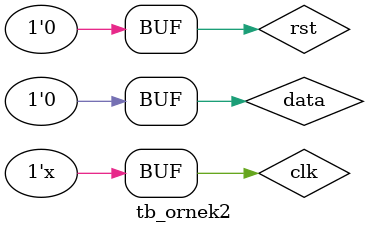
<source format=v>
`timescale 1ns / 1ps


module tb_ornek2();
reg clk=0,rst=0,data;
wire[9:0]d;
wire match;
ornek2 uut(clk,rst,data,match,d);
always begin
    clk=~clk;
    #2;
end
initial begin
data=1;
#10;
data=0;
#10;
data=0;
#10;
data=0;
#10;data=1;
#10;
data=1;
#10;data=1;
#10;
data=0;
#10;data=0;
#10;
data=1;
#10;data=1;
#10;
data=0;
#10;data=1;
#10;
data=0;
#10;data=1;
#10;
data=0;
#10;data=1;
#10;
data=0;
#10;
end



endmodule

</source>
